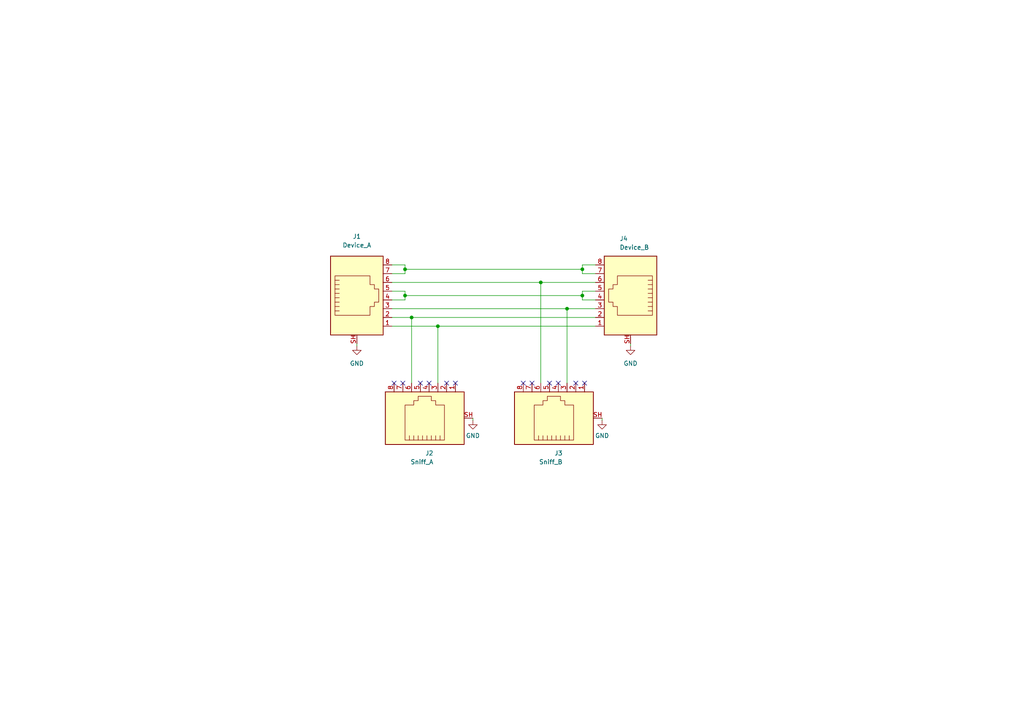
<source format=kicad_sch>
(kicad_sch (version 20211123) (generator eeschema)
  (paper "A4")
  (title_block (title "Passive Ethernet Tap") (date "2024-11-29") (rev "A") (company "CircleRock.net"))
  (lib_symbols
    (symbol "Connector:8P8C_Shielded" (pin_names (offset 1.016))
      (property "Reference" "J" (at -5.08 13.97 0))
      (property "Value" "8P8C_Shielded" (at 2.54 13.97 0))
      (symbol "8P8C_Shielded_0_1"
        (polyline (pts (xy -5.08 4.445) (xy -6.35 4.445)))
        (polyline (pts (xy -5.08 5.715) (xy -6.35 5.715)))
        (polyline (pts (xy -6.35 -3.175) (xy -5.08 -3.175) (xy -5.08 -3.175)))
        (polyline (pts (xy -6.35 -1.905) (xy -5.08 -1.905) (xy -5.08 -1.905)))
        (polyline (pts (xy -6.35 -0.635) (xy -5.08 -0.635) (xy -5.08 -0.635)))
        (polyline (pts (xy -6.35 0.635) (xy -5.08 0.635) (xy -5.08 0.635)))
        (polyline (pts (xy -6.35 1.905) (xy -5.08 1.905) (xy -5.08 1.905)))
        (polyline (pts (xy -5.08 3.175) (xy -6.35 3.175) (xy -6.35 3.175)))
        (polyline (pts (xy -6.35 -4.445) (xy -6.35 6.985) (xy 3.81 6.985) (xy 3.81 4.445) (xy 5.08 4.445) (xy 5.08 3.175) (xy 6.35 3.175) (xy 6.35 -0.635) (xy 5.08 -0.635) (xy 5.08 -1.905) (xy 3.81 -1.905) (xy 3.81 -4.445) (xy -6.35 -4.445) (xy -6.35 -4.445)))
        (rectangle (start 7.62 12.7) (end -7.62 -10.16) (stroke (width 0.254)) (fill (type background)))
      )
      (symbol "8P8C_Shielded_1_1"
        (pin passive line (at 10.16 -7.62 180) (length 2.54) (name "~") (number "1"))
        (pin passive line (at 10.16 -5.08 180) (length 2.54) (name "~") (number "2"))
        (pin passive line (at 10.16 -2.54 180) (length 2.54) (name "~") (number "3"))
        (pin passive line (at 10.16 0 180) (length 2.54) (name "~") (number "4"))
        (pin passive line (at 10.16 2.54 180) (length 2.54) (name "~") (number "5"))
        (pin passive line (at 10.16 5.08 180) (length 2.54) (name "~") (number "6"))
        (pin passive line (at 10.16 7.62 180) (length 2.54) (name "~") (number "7"))
        (pin passive line (at 10.16 10.16 180) (length 2.54) (name "~") (number "8"))
        (pin passive line (at 0 -12.7 90) (length 2.54) (name "~") (number "SH"))
      )
    )
    (symbol "power:GND" (power) (pin_names (offset 0))
      (property "Value" "GND" (at 0 -3.81 0))
      (symbol "GND_0_1"
        (polyline (pts (xy 0 0) (xy 0 -1.27) (xy 1.27 -1.27) (xy 0 -2.54) (xy -1.27 -1.27) (xy 0 -1.27)))
      )
      (symbol "GND_1_1"
        (pin power_in line (at 0 0 270) (length 0) hide (name "GND") (number "1"))
      )
    )
  )
  (junction (at 117.475 85.725))
  (junction (at 117.475 78.105))
  (junction (at 156.845 81.915))
  (junction (at 164.465 89.535))
  (junction (at 168.91 85.725))
  (junction (at 168.91 78.105))
  (junction (at 127 94.615))
  (junction (at 119.38 92.075))
  (no_connect (at 167.005 111.125))
  (no_connect (at 129.54 111.125))
  (no_connect (at 161.925 111.125))
  (no_connect (at 132.08 111.125))
  (no_connect (at 159.385 111.125))
  (no_connect (at 124.46 111.125))
  (no_connect (at 121.92 111.125))
  (no_connect (at 154.305 111.125))
  (no_connect (at 116.84 111.125))
  (no_connect (at 114.3 111.125))
  (no_connect (at 151.765 111.125))
  (no_connect (at 169.545 111.125))
  (wire (pts (xy 119.38 92.075) (xy 119.38 111.125)))
  (wire (pts (xy 182.88 99.695) (xy 182.88 100.33)))
  (wire (pts (xy 117.475 76.835) (xy 117.475 78.105)))
  (wire (pts (xy 113.665 86.995) (xy 117.475 86.995)))
  (wire (pts (xy 168.91 84.455) (xy 168.91 85.725)))
  (wire (pts (xy 119.38 92.075) (xy 172.72 92.075)))
  (wire (pts (xy 168.91 79.375) (xy 172.72 79.375)))
  (wire (pts (xy 156.845 81.915) (xy 172.72 81.915)))
  (wire (pts (xy 117.475 78.105) (xy 168.91 78.105)))
  (wire (pts (xy 117.475 84.455) (xy 117.475 85.725)))
  (wire (pts (xy 113.665 89.535) (xy 164.465 89.535)))
  (wire (pts (xy 174.625 121.285) (xy 174.625 121.92)))
  (wire (pts (xy 103.505 99.695) (xy 103.505 100.33)))
  (wire (pts (xy 113.665 94.615) (xy 127 94.615)))
  (wire (pts (xy 127 94.615) (xy 127 111.125)))
  (wire (pts (xy 113.665 92.075) (xy 119.38 92.075)))
  (wire (pts (xy 127 94.615) (xy 172.72 94.615)))
  (wire (pts (xy 164.465 89.535) (xy 164.465 111.125)))
  (wire (pts (xy 172.72 84.455) (xy 168.91 84.455)))
  (wire (pts (xy 137.16 121.285) (xy 137.16 121.92)))
  (wire (pts (xy 168.91 76.835) (xy 168.91 78.105)))
  (wire (pts (xy 113.665 76.835) (xy 117.475 76.835)))
  (wire (pts (xy 117.475 85.725) (xy 168.91 85.725)))
  (wire (pts (xy 117.475 79.375) (xy 113.665 79.375)))
  (wire (pts (xy 168.91 85.725) (xy 168.91 86.995)))
  (wire (pts (xy 113.665 84.455) (xy 117.475 84.455)))
  (wire (pts (xy 117.475 85.725) (xy 117.475 86.995)))
  (wire (pts (xy 172.72 76.835) (xy 168.91 76.835)))
  (wire (pts (xy 117.475 78.105) (xy 117.475 79.375)))
  (wire (pts (xy 164.465 89.535) (xy 172.72 89.535)))
  (wire (pts (xy 156.845 81.915) (xy 156.845 111.125)))
  (wire (pts (xy 113.665 81.915) (xy 156.845 81.915)))
  (wire (pts (xy 168.91 86.995) (xy 172.72 86.995)))
  (wire (pts (xy 168.91 78.105) (xy 168.91 79.375)))
  (symbol (lib_id "power:GND") (at 174.625 121.92 0) (unit 1)
    (property "Reference" "#PWR0102" (effects hide))
    (property "Value" "GND" (at 174.625 126.365 0))
  )
  (symbol (lib_id "power:GND") (at 103.505 100.33 0) (unit 1)
    (property "Reference" "#PWR0101" (effects hide))
    (property "Value" "GND" (at 103.505 105.41 0))
  )
  (symbol (lib_id "Connector:8P8C_Shielded") (at 161.925 121.285 90) (unit 1)
    (property "Reference" "J3" (at 163.195 131.4449 90) (effects (justify left)))
    (property "Value" "Sniff_B" (at 163.195 133.985 90) (effects (justify left)))
    (property "Footprint" "ProjectSpecificParts:Bel Fuse SS-90000-011" (effects hide))
  )
  (symbol (lib_id "power:GND") (at 137.16 121.92 0) (unit 1)
    (property "Reference" "#PWR0103" (effects hide))
    (property "Value" "GND" (at 137.16 126.365 0))
  )
  (symbol (lib_id "Connector:8P8C_Shielded") (at 124.46 121.285 90) (unit 1)
    (property "Reference" "J2" (at 125.73 131.445 90) (effects (justify left)))
    (property "Value" "Sniff_A" (at 125.73 133.985 90) (effects (justify left)))
    (property "Footprint" "ProjectSpecificParts:Bel Fuse SS-90000-011" (effects hide))
  )
  (symbol (lib_id "power:GND") (at 182.88 100.33 0) (unit 1)
    (property "Reference" "#PWR0104" (effects hide))
    (property "Value" "GND" (at 182.88 105.41 0))
  )
  (symbol (lib_id "Connector:8P8C_Shielded") (at 103.505 86.995 0) (unit 1)
    (property "Reference" "J1" (at 103.505 68.58 0))
    (property "Value" "Device_A" (at 103.505 71.12 0))
    (property "Footprint" "ProjectSpecificParts:Bel Fuse SS-90000-011" (effects hide))
  )
  (symbol (lib_id "Connector:8P8C_Shielded") (at 182.88 86.995 0) (mirror y) (unit 1)
    (property "Reference" "J4" (at 179.705 69.215 0) (effects (justify right)))
    (property "Value" "Device_B" (at 179.705 71.755 0) (effects (justify right)))
    (property "Footprint" "ProjectSpecificParts:Bel Fuse SS-90000-011" (effects hide))
  )
)
</source>
